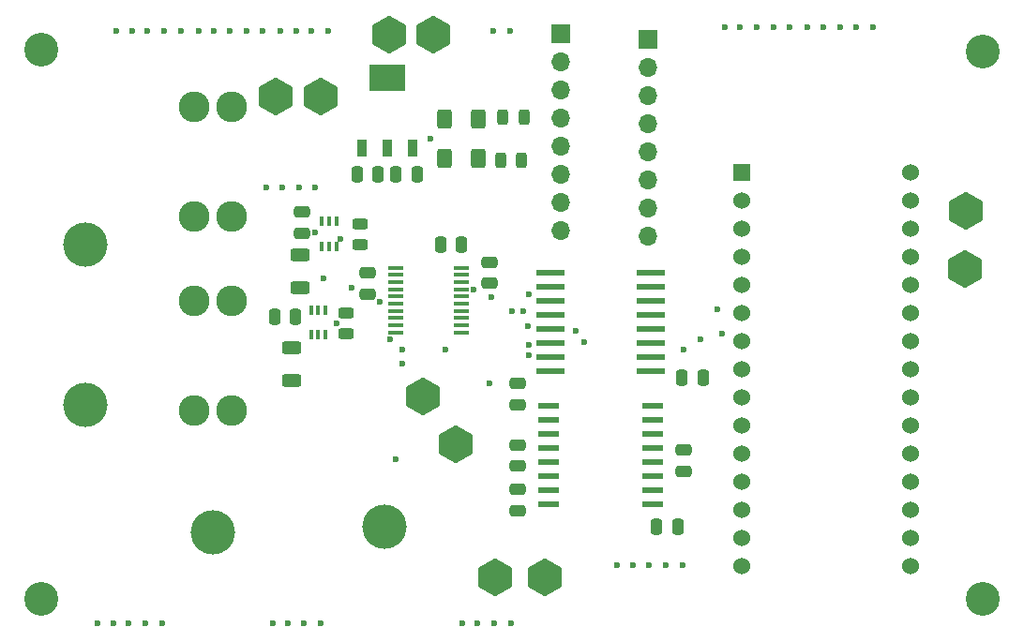
<source format=gbr>
%TF.GenerationSoftware,KiCad,Pcbnew,8.0.5*%
%TF.CreationDate,2025-03-25T16:54:27-05:00*%
%TF.ProjectId,ADC_Board,4144435f-426f-4617-9264-2e6b69636164,rev?*%
%TF.SameCoordinates,Original*%
%TF.FileFunction,Soldermask,Top*%
%TF.FilePolarity,Negative*%
%FSLAX46Y46*%
G04 Gerber Fmt 4.6, Leading zero omitted, Abs format (unit mm)*
G04 Created by KiCad (PCBNEW 8.0.5) date 2025-03-25 16:54:27*
%MOMM*%
%LPD*%
G01*
G04 APERTURE LIST*
G04 Aperture macros list*
%AMRoundRect*
0 Rectangle with rounded corners*
0 $1 Rounding radius*
0 $2 $3 $4 $5 $6 $7 $8 $9 X,Y pos of 4 corners*
0 Add a 4 corners polygon primitive as box body*
4,1,4,$2,$3,$4,$5,$6,$7,$8,$9,$2,$3,0*
0 Add four circle primitives for the rounded corners*
1,1,$1+$1,$2,$3*
1,1,$1+$1,$4,$5*
1,1,$1+$1,$6,$7*
1,1,$1+$1,$8,$9*
0 Add four rect primitives between the rounded corners*
20,1,$1+$1,$2,$3,$4,$5,0*
20,1,$1+$1,$4,$5,$6,$7,0*
20,1,$1+$1,$6,$7,$8,$9,0*
20,1,$1+$1,$8,$9,$2,$3,0*%
%AMFreePoly0*
4,1,7,1.500000,0.866025,1.500000,-0.866025,0.000000,-1.732051,-1.500000,-0.866025,-1.500000,0.866025,0.000000,1.732051,1.500000,0.866025,1.500000,0.866025,$1*%
G04 Aperture macros list end*
%ADD10C,0.000000*%
%ADD11FreePoly0,0.000000*%
%ADD12C,4.000000*%
%ADD13RoundRect,0.250000X0.475000X-0.250000X0.475000X0.250000X-0.475000X0.250000X-0.475000X-0.250000X0*%
%ADD14RoundRect,0.243750X0.243750X0.456250X-0.243750X0.456250X-0.243750X-0.456250X0.243750X-0.456250X0*%
%ADD15RoundRect,0.250000X-0.475000X0.250000X-0.475000X-0.250000X0.475000X-0.250000X0.475000X0.250000X0*%
%ADD16RoundRect,0.250000X0.625000X-0.312500X0.625000X0.312500X-0.625000X0.312500X-0.625000X-0.312500X0*%
%ADD17R,0.838200X1.600200*%
%ADD18R,1.409700X0.355600*%
%ADD19R,0.399999X0.850001*%
%ADD20C,3.048000*%
%ADD21R,1.700000X1.700000*%
%ADD22O,1.700000X1.700000*%
%ADD23C,2.780000*%
%ADD24R,1.879600X0.558800*%
%ADD25RoundRect,0.250000X-0.250000X-0.475000X0.250000X-0.475000X0.250000X0.475000X-0.250000X0.475000X0*%
%ADD26RoundRect,0.250000X-0.400000X-0.625000X0.400000X-0.625000X0.400000X0.625000X-0.400000X0.625000X0*%
%ADD27RoundRect,0.250000X0.250000X0.475000X-0.250000X0.475000X-0.250000X-0.475000X0.250000X-0.475000X0*%
%ADD28RoundRect,0.243750X0.456250X-0.243750X0.456250X0.243750X-0.456250X0.243750X-0.456250X-0.243750X0*%
%ADD29R,1.524000X1.524000*%
%ADD30C,1.524000*%
%ADD31R,2.602784X0.622132*%
%ADD32C,0.600000*%
G04 APERTURE END LIST*
D10*
%TO.C,U6*%
G36*
X182825000Y-56055300D02*
G01*
X179624600Y-56055300D01*
X179624600Y-53743900D01*
X182825000Y-53743900D01*
X182825000Y-56055300D01*
G37*
%TD*%
D11*
%TO.C,TP2*%
X185400000Y-51000000D03*
%TD*%
D12*
%TO.C,J5*%
X181000000Y-95500000D03*
%TD*%
D11*
%TO.C,TP8*%
X233500000Y-66900000D03*
%TD*%
D13*
%TO.C,C1*%
X173500000Y-68950000D03*
X173500000Y-67050000D03*
%TD*%
D14*
%TO.C,D6*%
X193362300Y-62400000D03*
X191487300Y-62400000D03*
%TD*%
D15*
%TO.C,C9*%
X179500000Y-72550000D03*
X179500000Y-74450000D03*
%TD*%
D16*
%TO.C,R6*%
X172600000Y-82262500D03*
X172600000Y-79337500D03*
%TD*%
D17*
%TO.C,U6*%
X178924800Y-61300400D03*
X181224800Y-61300400D03*
X183524800Y-61300400D03*
%TD*%
D18*
%TO.C,IC2*%
X181994500Y-72075000D03*
X181994500Y-72725001D03*
X181994500Y-73374999D03*
X181994500Y-74025001D03*
X181994500Y-74674999D03*
X181994500Y-75324998D03*
X181994500Y-75974999D03*
X181994500Y-76624998D03*
X181994500Y-77274999D03*
X181994500Y-77924998D03*
X187900000Y-77925000D03*
X187900000Y-77275002D03*
X187900000Y-76625001D03*
X187900000Y-75975002D03*
X187900000Y-75325001D03*
X187900000Y-74675002D03*
X187900000Y-74025001D03*
X187900000Y-73375002D03*
X187900000Y-72725001D03*
X187900000Y-72075002D03*
%TD*%
D11*
%TO.C,TP1*%
X181400000Y-51000000D03*
%TD*%
D19*
%TO.C,U3*%
X176650001Y-67875001D03*
X176000000Y-67875001D03*
X175350001Y-67875001D03*
X175350001Y-70125002D03*
X176000000Y-70125002D03*
X176650001Y-70125002D03*
%TD*%
D20*
%TO.C,H1*%
X150000000Y-52400000D03*
%TD*%
D12*
%TO.C,J4*%
X153950000Y-84500000D03*
%TD*%
D21*
%TO.C,J6*%
X196900000Y-50960000D03*
D22*
X196900000Y-53500000D03*
X196900000Y-56040000D03*
X196900000Y-58580000D03*
X196900000Y-61120000D03*
X196900000Y-63660000D03*
X196900000Y-66200000D03*
X196900000Y-68740000D03*
%TD*%
D23*
%TO.C,F2*%
X163800000Y-84960000D03*
X167200000Y-84960000D03*
X163800000Y-75040000D03*
X167200000Y-75040000D03*
%TD*%
%TO.C,F1*%
X167200000Y-57540000D03*
X163800000Y-57540000D03*
X167200000Y-67460000D03*
X163800000Y-67460000D03*
%TD*%
D11*
%TO.C,TP3*%
X184500000Y-83700000D03*
%TD*%
D20*
%TO.C,H3*%
X150000000Y-102000000D03*
%TD*%
D11*
%TO.C,TP7*%
X233400000Y-72200000D03*
%TD*%
%TO.C,TP5*%
X171200000Y-56600000D03*
%TD*%
D14*
%TO.C,D5*%
X193562300Y-58500000D03*
X191687300Y-58500000D03*
%TD*%
D13*
%TO.C,C6*%
X208000000Y-90450000D03*
X208000000Y-88550000D03*
%TD*%
D12*
%TO.C,J1*%
X154000000Y-70000000D03*
%TD*%
D15*
%TO.C,C12*%
X193000000Y-82550000D03*
X193000000Y-84450000D03*
%TD*%
D13*
%TO.C,C8*%
X193000000Y-94000000D03*
X193000000Y-92100000D03*
%TD*%
D11*
%TO.C,TP11*%
X195500000Y-100000000D03*
%TD*%
D24*
%TO.C,IC1*%
X205237100Y-93445000D03*
X205237100Y-92175000D03*
X205237100Y-90905000D03*
X205237100Y-89635000D03*
X205237100Y-88365000D03*
X205237100Y-87095000D03*
X205237100Y-85825000D03*
X205237100Y-84555000D03*
X195762900Y-84555000D03*
X195762900Y-85825000D03*
X195762900Y-87095000D03*
X195762900Y-88365000D03*
X195762900Y-89635000D03*
X195762900Y-90905000D03*
X195762900Y-92175000D03*
X195762900Y-93445000D03*
%TD*%
D25*
%TO.C,C15*%
X178509300Y-63638900D03*
X180409300Y-63638900D03*
%TD*%
D15*
%TO.C,C7*%
X193000000Y-88100000D03*
X193000000Y-90000000D03*
%TD*%
D26*
%TO.C,R8*%
X186374800Y-62200000D03*
X189474800Y-62200000D03*
%TD*%
D11*
%TO.C,TP6*%
X175200000Y-56600000D03*
%TD*%
D26*
%TO.C,R7*%
X186374800Y-58600000D03*
X189474800Y-58600000D03*
%TD*%
D27*
%TO.C,C13*%
X183909300Y-63638900D03*
X182009300Y-63638900D03*
%TD*%
D11*
%TO.C,TP4*%
X187400000Y-88000000D03*
%TD*%
D27*
%TO.C,C10*%
X187950000Y-70000000D03*
X186050000Y-70000000D03*
%TD*%
D19*
%TO.C,U4*%
X175650001Y-75875001D03*
X175000000Y-75875001D03*
X174350001Y-75875001D03*
X174350001Y-78125002D03*
X175000000Y-78125002D03*
X175650001Y-78125002D03*
%TD*%
D12*
%TO.C,J2*%
X165500000Y-96000000D03*
%TD*%
D27*
%TO.C,C5*%
X207450000Y-95500000D03*
X205550000Y-95500000D03*
%TD*%
D28*
%TO.C,D1*%
X178820002Y-69992499D03*
X178820002Y-68117499D03*
%TD*%
D25*
%TO.C,C14*%
X207850000Y-82000000D03*
X209750000Y-82000000D03*
%TD*%
D29*
%TO.C,U5*%
X213260000Y-63480000D03*
D30*
X213260000Y-66020000D03*
X213260000Y-68560000D03*
X213260000Y-71100000D03*
X213260000Y-73640000D03*
X213260000Y-76180000D03*
X213260000Y-78720000D03*
X213260000Y-81260000D03*
X213260000Y-83800000D03*
X213260000Y-86340000D03*
X213260000Y-88880000D03*
X213260000Y-91420000D03*
X213260000Y-93960000D03*
X213260000Y-96500000D03*
X213260000Y-99040000D03*
X228500000Y-99040000D03*
X228500000Y-96500000D03*
X228500000Y-93960000D03*
X228500000Y-91420000D03*
X228500000Y-88880000D03*
X228500000Y-86340000D03*
X228500000Y-83800000D03*
X228500000Y-81260000D03*
X228500000Y-78720000D03*
X228500000Y-76180000D03*
X228500000Y-73640000D03*
X228500000Y-71100000D03*
X228500000Y-68560000D03*
X228500000Y-66020000D03*
X228500000Y-63480000D03*
%TD*%
D20*
%TO.C,H2*%
X235000000Y-52500000D03*
%TD*%
D25*
%TO.C,C4*%
X171050000Y-76500000D03*
X172950000Y-76500000D03*
%TD*%
D31*
%TO.C,IC7*%
X205065495Y-81445000D03*
X205065495Y-80175000D03*
X205065495Y-78905000D03*
X205065495Y-77635000D03*
X205065495Y-76365000D03*
X205065495Y-75095000D03*
X205065495Y-73825000D03*
X205065495Y-72555000D03*
X195934502Y-72555000D03*
X195934502Y-73825000D03*
X195934502Y-75095000D03*
X195934502Y-76365000D03*
X195934502Y-77635000D03*
X195934502Y-78905000D03*
X195934502Y-80175000D03*
X195934502Y-81445000D03*
%TD*%
D28*
%TO.C,D4*%
X177485004Y-78019999D03*
X177485004Y-76144999D03*
%TD*%
D16*
%TO.C,R3*%
X173400000Y-73862500D03*
X173400000Y-70937500D03*
%TD*%
D21*
%TO.C,J3*%
X204800000Y-51460000D03*
D22*
X204800000Y-54000000D03*
X204800000Y-56540000D03*
X204800000Y-59080000D03*
X204800000Y-61620000D03*
X204800000Y-64160000D03*
X204800000Y-66700000D03*
X204800000Y-69240000D03*
%TD*%
D11*
%TO.C,TP12*%
X191000000Y-100000000D03*
%TD*%
D20*
%TO.C,H4*%
X235000000Y-102000000D03*
%TD*%
D15*
%TO.C,C11*%
X190500000Y-71550000D03*
X190500000Y-73450000D03*
%TD*%
D32*
X175900000Y-50700000D03*
X165600000Y-50700000D03*
X171800000Y-64800000D03*
X155100000Y-104200000D03*
X173700000Y-104200000D03*
X167000000Y-50700000D03*
X170900000Y-104200000D03*
X171600000Y-50700000D03*
X174400000Y-50700000D03*
X174700000Y-64800000D03*
X189400000Y-104200000D03*
X190800000Y-50700000D03*
X192300000Y-50700000D03*
X173300000Y-64800000D03*
X170300000Y-64800000D03*
X182000000Y-89400000D03*
X172300000Y-104200000D03*
X159400000Y-104200000D03*
X175200000Y-104200000D03*
X164200000Y-50700000D03*
X176700000Y-77100000D03*
X156800000Y-50700000D03*
X157900000Y-104200000D03*
X170000000Y-50700000D03*
X173000000Y-50700000D03*
X182600000Y-79500000D03*
X160900000Y-104200000D03*
X182600000Y-80700000D03*
X192400000Y-104200000D03*
X190900000Y-104200000D03*
X158200000Y-50700000D03*
X162600000Y-50700000D03*
X161100000Y-50700000D03*
X156500000Y-104200000D03*
X188000000Y-104200000D03*
X168500000Y-50700000D03*
X159600000Y-50700000D03*
X190500000Y-82500000D03*
X175450598Y-73000000D03*
X186500000Y-79500000D03*
X178014100Y-73840521D03*
X174725000Y-68842731D03*
X217600000Y-50300000D03*
X223600000Y-50300000D03*
X203400000Y-98900000D03*
X211700000Y-50300000D03*
X222100000Y-50300000D03*
X225100000Y-50300000D03*
X214600000Y-50300000D03*
X202000000Y-98900000D03*
X204900000Y-98900000D03*
X207900000Y-98900000D03*
X216100000Y-50300000D03*
X219200000Y-50300000D03*
X220600000Y-50300000D03*
X206400000Y-98900000D03*
X213100000Y-50300000D03*
X185100000Y-60400000D03*
X181400000Y-51100000D03*
X177000000Y-69500000D03*
X171200000Y-56600000D03*
X180584009Y-75138518D03*
X175200000Y-56600000D03*
X181500000Y-78500000D03*
X195500000Y-100000000D03*
X191000000Y-100000000D03*
X193500000Y-76000000D03*
X194000000Y-74500000D03*
X190600000Y-74700000D03*
X194000000Y-79000000D03*
X198300000Y-77800000D03*
X192500000Y-76000000D03*
X193924265Y-77324265D03*
X189000000Y-74050000D03*
X199000000Y-78800000D03*
X194000000Y-80000000D03*
X209500000Y-78500000D03*
X211500000Y-78000000D03*
X211056129Y-75784345D03*
X208000000Y-79505000D03*
M02*

</source>
